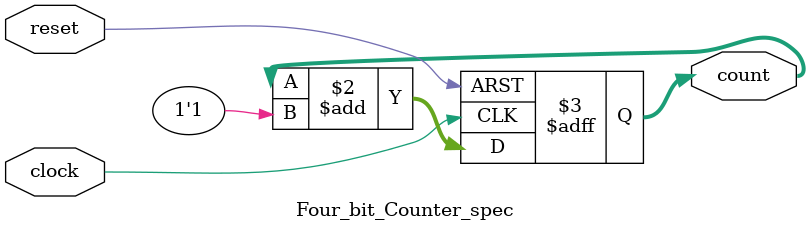
<source format=v>
module Four_bit_Counter_spec(input [0:0] clock, input [0:0] reset, output reg [3:0] count);

always @(posedge clock or posedge reset) begin
    if (reset) 
        count <= 4'b0000; // asynchronous reset
    else 
        count <= count + 1'b1; // increment on positive edge of clock
end

endmodule

</source>
